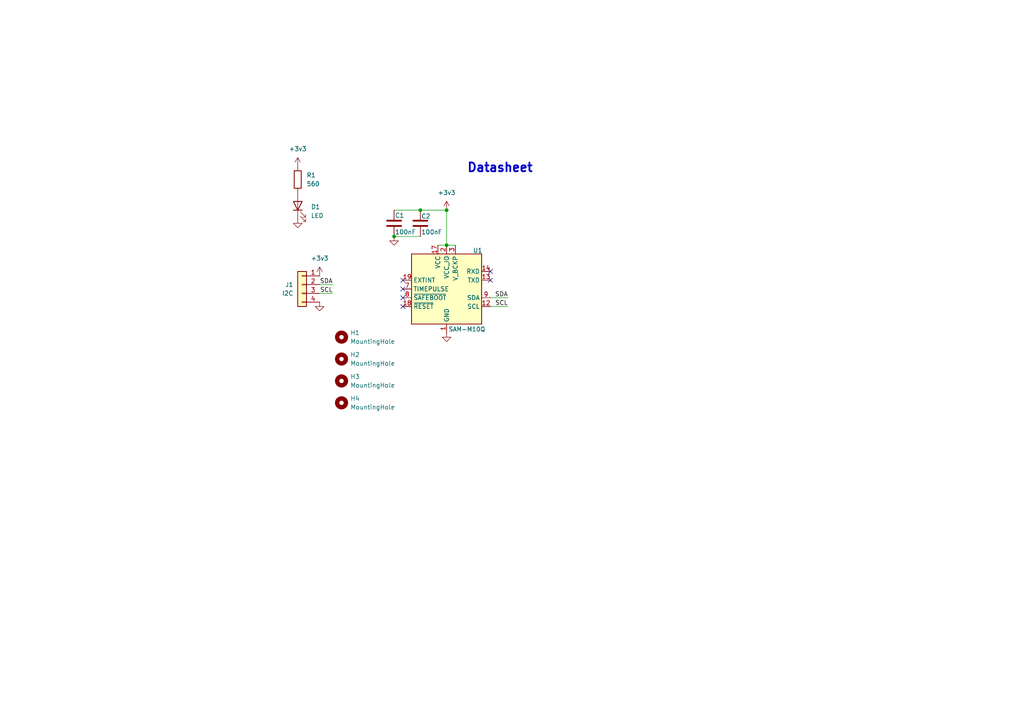
<source format=kicad_sch>
(kicad_sch (version 20250114) (generator "eeschema") (generator_version "9.0")
  (paper "A4")
  (lib_symbols
    (symbol "Connector_Generic:Conn_01x04" (pin_names (offset 1.016) (hide yes))
      (property "Reference" "J" (at 0 5.08 0))
      (property "Value" "Conn_01x04" (at 0 -7.62 0))
      (symbol "Conn_01x04_1_1"
        (rectangle (start -1.27 3.81) (end 1.27 -6.35) (stroke (width 0.254)) (fill (type background)))
        (rectangle (start -1.27 2.667) (end 0 2.413) (stroke (width 0.1524)))
        (rectangle (start -1.27 0.127) (end 0 -0.127) (stroke (width 0.1524)))
        (rectangle (start -1.27 -2.413) (end 0 -2.667) (stroke (width 0.1524)))
        (rectangle (start -1.27 -4.953) (end 0 -5.207) (stroke (width 0.1524)))
        (pin passive line (at -5.08 2.54 0) (length 3.81) (name "Pin_1") (number "1"))
        (pin passive line (at -5.08 0 0) (length 3.81) (name "Pin_2") (number "2"))
        (pin passive line (at -5.08 -2.54 0) (length 3.81) (name "Pin_3") (number "3"))
        (pin passive line (at -5.08 -5.08 0) (length 3.81) (name "Pin_4") (number "4"))
      )
    )
    (symbol "Device:C" (pin_numbers (hide yes)) (pin_names (offset 0.254))
      (property "Reference" "C" (at 0.635 2.54 0))
      (property "Value" "C" (at 0.635 -2.54 0))
      (symbol "C_0_1"
        (polyline (pts (xy -2.032 0.762) (xy 2.032 0.762)) (stroke (width 0.508)))
        (polyline (pts (xy -2.032 -0.762) (xy 2.032 -0.762)) (stroke (width 0.508)))
      )
      (symbol "C_1_1"
        (pin passive line (at 0 3.81 270) (length 2.794) (name "~") (number "1"))
        (pin passive line (at 0 -3.81 90) (length 2.794) (name "~") (number "2"))
      )
    )
    (symbol "Device:LED" (pin_numbers (hide yes)) (pin_names (offset 1.016) (hide yes))
      (property "Reference" "D" (at 0 2.54 0))
      (property "Value" "LED" (at 0 -2.54 0))
      (symbol "LED_0_1"
        (polyline (pts (xy -3.048 -0.762) (xy -4.572 -2.286) (xy -3.81 -2.286) (xy -4.572 -2.286) (xy -4.572 -1.524)))
        (polyline (pts (xy -1.778 -0.762) (xy -3.302 -2.286) (xy -2.54 -2.286) (xy -3.302 -2.286) (xy -3.302 -1.524)))
        (polyline (pts (xy -1.27 0) (xy 1.27 0)))
        (polyline (pts (xy -1.27 -1.27) (xy -1.27 1.27)) (stroke (width 0.254)))
        (polyline (pts (xy 1.27 -1.27) (xy 1.27 1.27) (xy -1.27 0) (xy 1.27 -1.27)) (stroke (width 0.254)))
      )
      (symbol "LED_1_1"
        (pin passive line (at -3.81 0 0) (length 2.54) (name "K") (number "1"))
        (pin passive line (at 3.81 0 180) (length 2.54) (name "A") (number "2"))
      )
    )
    (symbol "Device:R" (pin_numbers (hide yes)) (pin_names (offset 0))
      (property "Reference" "R" (at 2.032 0 90))
      (property "Value" "R" (at 0 0 90))
      (symbol "R_0_1"
        (rectangle (start -1.016 -2.54) (end 1.016 2.54) (stroke (width 0.254)))
      )
      (symbol "R_1_1"
        (pin passive line (at 0 3.81 270) (length 1.27) (name "~") (number "1"))
        (pin passive line (at 0 -3.81 90) (length 1.27) (name "~") (number "2"))
      )
    )
    (symbol "Mechanical:MountingHole" (pin_names (offset 1.016)) (exclude_from_sim yes) (in_bom no)
      (property "Reference" "H" (at 0 5.08 0))
      (property "Value" "MountingHole" (at 0 3.175 0))
      (symbol "MountingHole_0_1"
        (circle (center 0 0) (radius 1.27) (stroke (width 1.27)))
      )
    )
    (symbol "RF_GPS:SAM-M8Q"
      (property "Reference" "U" (at -8.89 11.43 0))
      (property "Value" "SAM-M8Q" (at 8.89 11.43 0))
      (symbol "SAM-M8Q_0_1"
        (rectangle (start -10.16 10.16) (end 10.16 -10.16) (stroke (width 0.254)) (fill (type background)))
      )
      (symbol "SAM-M8Q_1_1"
        (pin input line (at -12.7 2.54 0) (length 2.54) (name "EXTINT") (number "19"))
        (pin output line (at -12.7 0 0) (length 2.54) (name "TIMEPULSE") (number "7"))
        (pin input line (at -12.7 -2.54 0) (length 2.54) (name "~{SAFEBOOT}") (number "8"))
        (pin input line (at -12.7 -5.08 0) (length 2.54) (name "~{RESET}") (number "18"))
        (pin power_in line (at -2.54 12.7 270) (length 2.54) (name "VCC") (number "17"))
        (pin power_in line (at 0 12.7 270) (length 2.54) (name "VCC_IO") (number "2"))
        (pin power_in line (at 0 -12.7 90) (length 2.54) (name "GND") (number "1"))
        (pin passive line (at 0 -12.7 90) (length 2.54) (hide yes) (name "GND") (number "10"))
        (pin passive line (at 0 -12.7 90) (length 2.54) (hide yes) (name "GND") (number "11"))
        (pin passive line (at 0 -12.7 90) (length 2.54) (hide yes) (name "GND") (number "15"))
        (pin passive line (at 0 -12.7 90) (length 2.54) (hide yes) (name "GND") (number "16"))
        (pin passive line (at 0 -12.7 90) (length 2.54) (hide yes) (name "GND") (number "20"))
        (pin passive line (at 0 -12.7 90) (length 2.54) (hide yes) (name "GND") (number "4"))
        (pin passive line (at 0 -12.7 90) (length 2.54) (hide yes) (name "GND") (number "5"))
        (pin passive line (at 0 -12.7 90) (length 2.54) (hide yes) (name "GND") (number "6"))
        (pin power_in line (at 2.54 12.7 270) (length 2.54) (name "V_BCKP") (number "3"))
        (pin input line (at 12.7 5.08 180) (length 2.54) (name "RXD") (number "14"))
        (pin output line (at 12.7 2.54 180) (length 2.54) (name "TXD") (number "13"))
        (pin bidirectional line (at 12.7 -2.54 180) (length 2.54) (name "SDA") (number "9"))
        (pin input line (at 12.7 -5.08 180) (length 2.54) (name "SCL") (number "12"))
      )
    )
    (symbol "power:+3.3V" (power) (pin_numbers (hide yes)) (pin_names (offset 0) (hide yes))
      (property "Value" "+3.3V" (at 0 3.556 0))
      (symbol "+3.3V_0_1"
        (polyline (pts (xy -0.762 1.27) (xy 0 2.54)))
        (polyline (pts (xy 0 2.54) (xy 0.762 1.27)))
        (polyline (pts (xy 0 0) (xy 0 2.54)))
      )
      (symbol "+3.3V_1_1"
        (pin power_in line (at 0 0 90) (length 0) (name "~") (number "1"))
      )
    )
    (symbol "power:GND" (power) (pin_numbers (hide yes)) (pin_names (offset 0) (hide yes))
      (property "Value" "GND" (at 0 -3.81 0))
      (symbol "GND_0_1"
        (polyline (pts (xy 0 0) (xy 0 -1.27) (xy 1.27 -1.27) (xy 0 -2.54) (xy -1.27 -1.27) (xy 0 -1.27)))
      )
      (symbol "GND_1_1"
        (pin power_in line (at 0 0 270) (length 0) (name "~") (number "1"))
      )
    )
  )
  (text "Datasheet" (at 145.034 48.768 0) (effects (font (size 2.54 2.54) (thickness 0.508) (bold yes))))
  (junction (at 114.3 68.58))
  (junction (at 129.54 60.96))
  (junction (at 121.92 60.96))
  (junction (at 129.54 71.12))
  (no_connect (at 116.84 88.9))
  (no_connect (at 142.24 78.74))
  (no_connect (at 116.84 81.28))
  (no_connect (at 116.84 83.82))
  (no_connect (at 116.84 86.36))
  (no_connect (at 142.24 81.28))
  (wire (pts (xy 114.3 60.96) (xy 121.92 60.96)))
  (wire (pts (xy 129.54 71.12) (xy 129.54 60.96)))
  (wire (pts (xy 127 71.12) (xy 129.54 71.12)))
  (wire (pts (xy 142.24 86.36) (xy 147.32 86.36)))
  (wire (pts (xy 96.52 85.09) (xy 92.71 85.09)))
  (wire (pts (xy 121.92 60.96) (xy 129.54 60.96)))
  (wire (pts (xy 142.24 88.9) (xy 147.32 88.9)))
  (wire (pts (xy 96.52 82.55) (xy 92.71 82.55)))
  (wire (pts (xy 114.3 68.58) (xy 121.92 68.58)))
  (wire (pts (xy 129.54 71.12) (xy 132.08 71.12)))
  (label "SDA" (at 147.32 86.36 180))
  (label "SCL" (at 147.32 88.9 180))
  (label "SCL" (at 96.52 85.09 180))
  (label "SDA" (at 96.52 82.55 180))
  (symbol (lib_id "power:GND") (at 114.3 68.58 0) (unit 1)
    (property "Reference" "#PWR04" (effects (hide yes)))
    (property "Value" "GND" (effects (hide yes)))
    (property "Description" "Power symbol creates a global label with name \"GND\" , ground" (effects (hide yes)))
  )
  (symbol (lib_id "power:GND") (at 86.36 63.5 0) (unit 1)
    (property "Reference" "#PWR03" (effects (hide yes)))
    (property "Value" "GND" (effects (hide yes)))
    (property "Description" "Power symbol creates a global label with name \"GND\" , ground" (effects (hide yes)))
  )
  (symbol (lib_id "RF_GPS:SAM-M8Q") (at 129.54 83.82 0) (unit 1)
    (property "Reference" "U1" (at 137.16 72.644 0) (effects (justify left)))
    (property "Value" "SAM-M10Q" (at 130.048 95.504 0) (effects (justify left)))
    (property "Footprint" "RF_GPS:ublox_SAM-M8Q" (effects (hide yes)))
    (property "Datasheet" "https://www.u-blox.com/sites/default/files/SAM-M8Q_DataSheet_%28UBX-16012619%29.pdf" (effects (hide yes)))
    (property "Description" "GPS ublox M8 variant" (effects (hide yes)))
  )
  (symbol (lib_id "power:GND") (at 92.71 87.63 0) (unit 1)
    (property "Reference" "#PWR06" (effects (hide yes)))
    (property "Value" "GND" (effects (hide yes)))
    (property "Description" "Power symbol creates a global label with name \"GND\" , ground" (effects (hide yes)))
  )
  (symbol (lib_id "Device:C") (at 121.92 64.77 0) (unit 1)
    (property "Reference" "C2" (at 122.174 62.738 0) (effects (justify left)))
    (property "Value" "100nF" (at 122.174 67.31 0) (effects (justify left)))
    (property "Footprint" "Capacitor_SMD:C_0603_1608Metric" (effects (hide yes)))
    (property "Description" "Unpolarized capacitor" (effects (hide yes)))
  )
  (symbol (lib_id "Device:LED") (at 86.36 59.69 90) (unit 1)
    (property "Reference" "D1" (at 90.17 60.0074 90) (effects (justify right)))
    (property "Value" "LED" (at 90.17 62.5474 90) (effects (justify right)))
    (property "Footprint" "LED_SMD:LED_0805_2012Metric" (effects (hide yes)))
    (property "Description" "Light emitting diode" (effects (hide yes)))
    (property "Sim.Pins" "1=K 2=A" (effects (hide yes)))
  )
  (symbol (lib_id "Device:C") (at 114.3 64.77 0) (unit 1)
    (property "Reference" "C1" (at 114.554 62.484 0) (effects (justify left)))
    (property "Value" "100nF" (at 114.554 67.31 0) (effects (justify left)))
    (property "Footprint" "Capacitor_SMD:C_0603_1608Metric" (effects (hide yes)))
    (property "Description" "Unpolarized capacitor" (effects (hide yes)))
  )
  (symbol (lib_id "power:+3.3V") (at 92.71 80.01 0) (unit 1)
    (property "Reference" "#PWR05" (effects (hide yes)))
    (property "Value" "+3v3" (at 92.71 74.93 0))
    (property "Description" "Power symbol creates a global label with name \"+3.3V\"" (effects (hide yes)))
  )
  (symbol (lib_id "Device:R") (at 86.36 52.07 0) (unit 1)
    (property "Reference" "R1" (at 88.9 50.7999 0) (effects (justify left)))
    (property "Value" "560" (at 88.9 53.3399 0) (effects (justify left)))
    (property "Footprint" "Resistor_SMD:R_0603_1608Metric" (effects (hide yes)))
    (property "Description" "Resistor" (effects (hide yes)))
  )
  (symbol (lib_id "Mechanical:MountingHole") (at 99.06 97.79 0) (unit 1) (exclude_from_sim yes) (in_bom no)
    (property "Reference" "H1" (at 101.6 96.5199 0) (effects (justify left)))
    (property "Value" "MountingHole" (at 101.6 99.0599 0) (effects (justify left)))
    (property "Footprint" "MountingHole:MountingHole_3.2mm_M3" (effects (hide yes)))
    (property "Description" "Mounting Hole without connection" (effects (hide yes)))
  )
  (symbol (lib_id "Connector_Generic:Conn_01x04") (at 87.63 82.55 0) (mirror y) (unit 1)
    (property "Reference" "J1" (at 85.09 82.5499 0) (effects (justify left)))
    (property "Value" "I2C" (at 85.09 85.0899 0) (effects (justify left)))
    (property "Footprint" "Connector_JST:JST_XH_B4B-XH-A_1x04_P2.50mm_Vertical" (effects (hide yes)))
    (property "Description" "Generic connector, single row, 01x04, script generated (kicad-library-utils/schlib/autogen/connector/)" (effects (hide yes)))
  )
  (symbol (lib_id "power:GND") (at 129.54 96.52 0) (unit 1)
    (property "Reference" "#PWR07" (effects (hide yes)))
    (property "Value" "GND" (effects (hide yes)))
    (property "Description" "Power symbol creates a global label with name \"GND\" , ground" (effects (hide yes)))
  )
  (symbol (lib_id "Mechanical:MountingHole") (at 99.06 110.49 0) (unit 1) (exclude_from_sim yes) (in_bom no)
    (property "Reference" "H3" (at 101.6 109.2199 0) (effects (justify left)))
    (property "Value" "MountingHole" (at 101.6 111.7599 0) (effects (justify left)))
    (property "Footprint" "MountingHole:MountingHole_3.2mm_M3" (effects (hide yes)))
    (property "Description" "Mounting Hole without connection" (effects (hide yes)))
  )
  (symbol (lib_id "Mechanical:MountingHole") (at 99.06 116.84 0) (unit 1) (exclude_from_sim yes) (in_bom no)
    (property "Reference" "H4" (at 101.6 115.5699 0) (effects (justify left)))
    (property "Value" "MountingHole" (at 101.6 118.1099 0) (effects (justify left)))
    (property "Footprint" "MountingHole:MountingHole_3.2mm_M3" (effects (hide yes)))
    (property "Description" "Mounting Hole without connection" (effects (hide yes)))
  )
  (symbol (lib_id "Mechanical:MountingHole") (at 99.06 104.14 0) (unit 1) (exclude_from_sim yes) (in_bom no)
    (property "Reference" "H2" (at 101.6 102.8699 0) (effects (justify left)))
    (property "Value" "MountingHole" (at 101.6 105.4099 0) (effects (justify left)))
    (property "Footprint" "MountingHole:MountingHole_3.2mm_M3" (effects (hide yes)))
    (property "Description" "Mounting Hole without connection" (effects (hide yes)))
  )
  (symbol (lib_id "power:+3.3V") (at 86.36 48.26 0) (unit 1)
    (property "Reference" "#PWR01" (effects (hide yes)))
    (property "Value" "+3v3" (at 86.36 43.18 0))
    (property "Description" "Power symbol creates a global label with name \"+3.3V\"" (effects (hide yes)))
  )
  (symbol (lib_id "power:+3.3V") (at 129.54 60.96 0) (unit 1)
    (property "Reference" "#PWR02" (effects (hide yes)))
    (property "Value" "+3v3" (at 129.54 55.88 0))
    (property "Description" "Power symbol creates a global label with name \"+3.3V\"" (effects (hide yes)))
  )
)
</source>
